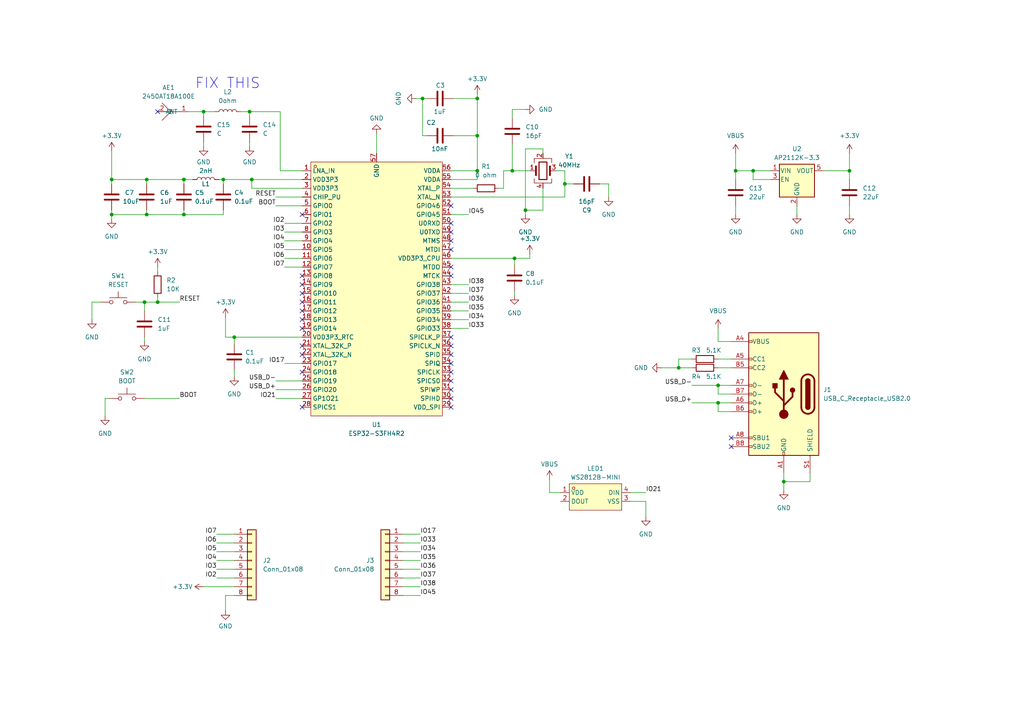
<source format=kicad_sch>
(kicad_sch (version 20230121) (generator eeschema)
  (paper "A4")
  (lib_symbols
    (symbol "Connector:USB_C_Receptacle_USB2.0" (pin_names (offset 1.016))
      (property "Reference" "J" (at -10.16 19.05 0))
      (property "Value" "USB_C_Receptacle_USB2.0" (at 19.05 19.05 0))
      (symbol "USB_C_Receptacle_USB2.0_0_0"
        (rectangle (start -0.254 -17.78) (end 0.254 -16.764))
        (rectangle (start 10.16 -14.986) (end 9.144 -15.494))
        (rectangle (start 10.16 -12.446) (end 9.144 -12.954))
        (rectangle (start 10.16 -4.826) (end 9.144 -5.334))
        (rectangle (start 10.16 -2.286) (end 9.144 -2.794))
        (rectangle (start 10.16 0.254) (end 9.144 -0.254))
        (rectangle (start 10.16 2.794) (end 9.144 2.286))
        (rectangle (start 10.16 7.874) (end 9.144 7.366))
        (rectangle (start 10.16 10.414) (end 9.144 9.906))
        (rectangle (start 10.16 15.494) (end 9.144 14.986))
      )
      (symbol "USB_C_Receptacle_USB2.0_0_1"
        (rectangle (start -10.16 17.78) (end 10.16 -17.78) (stroke (width 0.254)) (fill (type background)))
        (arc (start -8.89 -3.81) (mid -6.985 -5.7067) (end -5.08 -3.81) (stroke (width 0.508)))
        (arc (start -7.62 -3.81) (mid -6.985 -4.4423) (end -6.35 -3.81) (stroke (width 0.254)))
        (arc (start -7.62 -3.81) (mid -6.985 -4.4423) (end -6.35 -3.81) (stroke (width 0.254)) (fill (type outline)))
        (rectangle (start -7.62 -3.81) (end -6.35 3.81) (stroke (width 0.254)) (fill (type outline)))
        (arc (start -6.35 3.81) (mid -6.985 4.4423) (end -7.62 3.81) (stroke (width 0.254)))
        (arc (start -6.35 3.81) (mid -6.985 4.4423) (end -7.62 3.81) (stroke (width 0.254)) (fill (type outline)))
        (arc (start -5.08 3.81) (mid -6.985 5.7067) (end -8.89 3.81) (stroke (width 0.508)))
        (circle (center -2.54 1.143) (radius 0.635) (stroke (width 0.254)) (fill (type outline)))
        (circle (center 0 -5.842) (radius 1.27) (fill (type outline)))
        (polyline (pts (xy -8.89 -3.81) (xy -8.89 3.81)) (stroke (width 0.508)))
        (polyline (pts (xy -5.08 3.81) (xy -5.08 -3.81)) (stroke (width 0.508)))
        (polyline (pts (xy 0 -5.842) (xy 0 4.318)) (stroke (width 0.508)))
        (polyline (pts (xy 0 -3.302) (xy -2.54 -0.762) (xy -2.54 0.508)) (stroke (width 0.508)))
        (polyline (pts (xy 0 -2.032) (xy 2.54 0.508) (xy 2.54 1.778)) (stroke (width 0.508)))
        (polyline (pts (xy -1.27 4.318) (xy 0 6.858) (xy 1.27 4.318) (xy -1.27 4.318)) (stroke (width 0.254)) (fill (type outline)))
        (rectangle (start 1.905 1.778) (end 3.175 3.048) (stroke (width 0.254)) (fill (type outline)))
      )
      (symbol "USB_C_Receptacle_USB2.0_1_1"
        (pin passive line (at 0 -22.86 90) (length 5.08) (name "GND") (number "A1"))
        (pin passive line (at 0 -22.86 90) (length 5.08) hide (name "GND") (number "A12"))
        (pin passive line (at 15.24 15.24 180) (length 5.08) (name "VBUS") (number "A4"))
        (pin bidirectional line (at 15.24 10.16 180) (length 5.08) (name "CC1") (number "A5"))
        (pin bidirectional line (at 15.24 -2.54 180) (length 5.08) (name "D+") (number "A6"))
        (pin bidirectional line (at 15.24 2.54 180) (length 5.08) (name "D-") (number "A7"))
        (pin bidirectional line (at 15.24 -12.7 180) (length 5.08) (name "SBU1") (number "A8"))
        (pin passive line (at 15.24 15.24 180) (length 5.08) hide (name "VBUS") (number "A9"))
        (pin passive line (at 0 -22.86 90) (length 5.08) hide (name "GND") (number "B1"))
        (pin passive line (at 0 -22.86 90) (length 5.08) hide (name "GND") (number "B12"))
        (pin passive line (at 15.24 15.24 180) (length 5.08) hide (name "VBUS") (number "B4"))
        (pin bidirectional line (at 15.24 7.62 180) (length 5.08) (name "CC2") (number "B5"))
        (pin bidirectional line (at 15.24 -5.08 180) (length 5.08) (name "D+") (number "B6"))
        (pin bidirectional line (at 15.24 0 180) (length 5.08) (name "D-") (number "B7"))
        (pin bidirectional line (at 15.24 -15.24 180) (length 5.08) (name "SBU2") (number "B8"))
        (pin passive line (at 15.24 15.24 180) (length 5.08) hide (name "VBUS") (number "B9"))
        (pin passive line (at -7.62 -22.86 90) (length 5.08) (name "SHIELD") (number "S1"))
      )
    )
    (symbol "Connector_Generic:Conn_01x08" (pin_names (offset 1.016) hide)
      (property "Reference" "J" (at 0 10.16 0))
      (property "Value" "Conn_01x08" (at 0 -12.7 0))
      (symbol "Conn_01x08_1_1"
        (rectangle (start -1.27 -10.033) (end 0 -10.287) (stroke (width 0.1524)))
        (rectangle (start -1.27 -7.493) (end 0 -7.747) (stroke (width 0.1524)))
        (rectangle (start -1.27 -4.953) (end 0 -5.207) (stroke (width 0.1524)))
        (rectangle (start -1.27 -2.413) (end 0 -2.667) (stroke (width 0.1524)))
        (rectangle (start -1.27 0.127) (end 0 -0.127) (stroke (width 0.1524)))
        (rectangle (start -1.27 2.667) (end 0 2.413) (stroke (width 0.1524)))
        (rectangle (start -1.27 5.207) (end 0 4.953) (stroke (width 0.1524)))
        (rectangle (start -1.27 7.747) (end 0 7.493) (stroke (width 0.1524)))
        (rectangle (start -1.27 8.89) (end 1.27 -11.43) (stroke (width 0.254)) (fill (type background)))
        (pin passive line (at -5.08 7.62 0) (length 3.81) (name "Pin_1") (number "1"))
        (pin passive line (at -5.08 5.08 0) (length 3.81) (name "Pin_2") (number "2"))
        (pin passive line (at -5.08 2.54 0) (length 3.81) (name "Pin_3") (number "3"))
        (pin passive line (at -5.08 0 0) (length 3.81) (name "Pin_4") (number "4"))
        (pin passive line (at -5.08 -2.54 0) (length 3.81) (name "Pin_5") (number "5"))
        (pin passive line (at -5.08 -5.08 0) (length 3.81) (name "Pin_6") (number "6"))
        (pin passive line (at -5.08 -7.62 0) (length 3.81) (name "Pin_7") (number "7"))
        (pin passive line (at -5.08 -10.16 0) (length 3.81) (name "Pin_8") (number "8"))
      )
    )
    (symbol "Device:C" (pin_numbers hide) (pin_names (offset 0.254))
      (property "Reference" "C" (at 0.635 2.54 0))
      (property "Value" "C" (at 0.635 -2.54 0))
      (symbol "C_0_1"
        (polyline (pts (xy -2.032 -0.762) (xy 2.032 -0.762)) (stroke (width 0.508)))
        (polyline (pts (xy -2.032 0.762) (xy 2.032 0.762)) (stroke (width 0.508)))
      )
      (symbol "C_1_1"
        (pin passive line (at 0 3.81 270) (length 2.794) (name "~") (number "1"))
        (pin passive line (at 0 -3.81 90) (length 2.794) (name "~") (number "2"))
      )
    )
    (symbol "Device:Crystal_GND24" (pin_names (offset 1.016) hide)
      (property "Reference" "Y" (at 3.175 5.08 0))
      (property "Value" "Crystal_GND24" (at 3.175 3.175 0))
      (symbol "Crystal_GND24_0_1"
        (rectangle (start -1.143 2.54) (end 1.143 -2.54) (stroke (width 0.3048)))
        (polyline (pts (xy -2.54 0) (xy -2.032 0)))
        (polyline (pts (xy -2.032 -1.27) (xy -2.032 1.27)) (stroke (width 0.508)))
        (polyline (pts (xy 0 -3.81) (xy 0 -3.556)))
        (polyline (pts (xy 0 3.556) (xy 0 3.81)))
        (polyline (pts (xy 2.032 -1.27) (xy 2.032 1.27)) (stroke (width 0.508)))
        (polyline (pts (xy 2.032 0) (xy 2.54 0)))
        (polyline (pts (xy -2.54 -2.286) (xy -2.54 -3.556) (xy 2.54 -3.556) (xy 2.54 -2.286)))
        (polyline (pts (xy -2.54 2.286) (xy -2.54 3.556) (xy 2.54 3.556) (xy 2.54 2.286)))
      )
      (symbol "Crystal_GND24_1_1"
        (pin passive line (at -3.81 0 0) (length 1.27) (name "1") (number "1"))
        (pin passive line (at 0 5.08 270) (length 1.27) (name "2") (number "2"))
        (pin passive line (at 3.81 0 180) (length 1.27) (name "3") (number "3"))
        (pin passive line (at 0 -5.08 90) (length 1.27) (name "4") (number "4"))
      )
    )
    (symbol "Device:L" (pin_numbers hide) (pin_names (offset 1.016) hide)
      (property "Reference" "L" (at -1.27 0 90))
      (property "Value" "L" (at 1.905 0 90))
      (symbol "L_0_1"
        (arc (start 0 -2.54) (mid 0.6323 -1.905) (end 0 -1.27))
        (arc (start 0 -1.27) (mid 0.6323 -0.635) (end 0 0))
        (arc (start 0 0) (mid 0.6323 0.635) (end 0 1.27))
        (arc (start 0 1.27) (mid 0.6323 1.905) (end 0 2.54))
      )
      (symbol "L_1_1"
        (pin passive line (at 0 3.81 270) (length 1.27) (name "1") (number "1"))
        (pin passive line (at 0 -3.81 90) (length 1.27) (name "2") (number "2"))
      )
    )
    (symbol "Device:R" (pin_numbers hide) (pin_names (offset 0))
      (property "Reference" "R" (at 2.032 0 90))
      (property "Value" "R" (at 0 0 90))
      (symbol "R_0_1"
        (rectangle (start -1.016 -2.54) (end 1.016 2.54) (stroke (width 0.254)))
      )
      (symbol "R_1_1"
        (pin passive line (at 0 3.81 270) (length 1.27) (name "~") (number "1"))
        (pin passive line (at 0 -3.81 90) (length 1.27) (name "~") (number "2"))
      )
    )
    (symbol "Regulator_Linear:AP2112K-3.3" (pin_names (offset 0.254))
      (property "Reference" "U" (at -5.08 5.715 0))
      (property "Value" "AP2112K-3.3" (at 0 5.715 0))
      (symbol "AP2112K-3.3_0_1"
        (rectangle (start -5.08 4.445) (end 5.08 -5.08) (stroke (width 0.254)) (fill (type background)))
      )
      (symbol "AP2112K-3.3_1_1"
        (pin power_in line (at -7.62 2.54 0) (length 2.54) (name "VIN") (number "1"))
        (pin power_in line (at 0 -7.62 90) (length 2.54) (name "GND") (number "2"))
        (pin input line (at -7.62 0 0) (length 2.54) (name "EN") (number "3"))
        (pin no_connect line (at 5.08 0 180) (length 2.54) hide (name "NC") (number "4"))
        (pin power_out line (at 7.62 2.54 180) (length 2.54) (name "VOUT") (number "5"))
      )
    )
    (symbol "Switch:SW_Push" (pin_numbers hide) (pin_names (offset 1.016) hide)
      (property "Reference" "SW" (at 1.27 2.54 0))
      (property "Value" "SW_Push" (at 0 -1.524 0))
      (symbol "SW_Push_0_1"
        (circle (center -2.032 0) (radius 0.508))
        (polyline (pts (xy 0 1.27) (xy 0 3.048)))
        (polyline (pts (xy 2.54 1.27) (xy -2.54 1.27)))
        (circle (center 2.032 0) (radius 0.508))
        (pin passive line (at -5.08 0 0) (length 2.54) (name "1") (number "1"))
        (pin passive line (at 5.08 0 180) (length 2.54) (name "2") (number "2"))
      )
    )
    (symbol "easyeda2kicad:2450AT18A100E"
      (property "Reference" "AE" (at 0 8.89 0))
      (property "Value" "2450AT18A100E" (at 0 -10.16 0))
      (symbol "2450AT18A100E_0_1"
        (polyline (pts (xy 0 0) (xy -2.54 2.54)))
        (polyline (pts (xy 0 0) (xy 0 -2.54)))
        (polyline (pts (xy 0 0) (xy 0 3.81)))
        (polyline (pts (xy 2.54 2.54) (xy 0 0)))
        (pin unspecified line (at 0 -5.08 90) (length 2.54) (name "ANT") (number "1"))
        (pin unspecified line (at 0 3.81 270) (length 2.54) (name "2") (number "2"))
      )
    )
    (symbol "easyeda2kicad:ESP32-S3FH4R2"
      (property "Reference" "U" (at 0 44.45 0))
      (property "Value" "ESP32-S3FH4R2" (at 0 -39.37 0))
      (symbol "ESP32-S3FH4R2_0_1"
        (rectangle (start -19.05 36.83) (end 19.05 -36.83) (fill (type background)))
        (circle (center -17.78 35.56) (radius 0.38))
        (pin unspecified line (at -21.59 34.29 0) (length 2.54) (name "LNA_IN") (number "1"))
        (pin unspecified line (at -21.59 11.43 0) (length 2.54) (name "GPIO5") (number "10"))
        (pin unspecified line (at -21.59 8.89 0) (length 2.54) (name "GPIO6") (number "11"))
        (pin unspecified line (at -21.59 6.35 0) (length 2.54) (name "GPIO7") (number "12"))
        (pin unspecified line (at -21.59 3.81 0) (length 2.54) (name "GPIO8") (number "13"))
        (pin unspecified line (at -21.59 1.27 0) (length 2.54) (name "GPIO9") (number "14"))
        (pin unspecified line (at -21.59 -1.27 0) (length 2.54) (name "GPIO10") (number "15"))
        (pin unspecified line (at -21.59 -3.81 0) (length 2.54) (name "GPIO11") (number "16"))
        (pin unspecified line (at -21.59 -6.35 0) (length 2.54) (name "GPIO12") (number "17"))
        (pin unspecified line (at -21.59 -8.89 0) (length 2.54) (name "GPIO13") (number "18"))
        (pin unspecified line (at -21.59 -11.43 0) (length 2.54) (name "GPIO14") (number "19"))
        (pin unspecified line (at -21.59 31.75 0) (length 2.54) (name "VDD3P3") (number "2"))
        (pin unspecified line (at -21.59 -13.97 0) (length 2.54) (name "VDD3P3_RTC") (number "20"))
        (pin unspecified line (at -21.59 -16.51 0) (length 2.54) (name "XTAL_32K_P") (number "21"))
        (pin unspecified line (at -21.59 -19.05 0) (length 2.54) (name "XTAL_32K_N") (number "22"))
        (pin unspecified line (at -21.59 -21.59 0) (length 2.54) (name "GPIO17") (number "23"))
        (pin unspecified line (at -21.59 -24.13 0) (length 2.54) (name "GPIO18") (number "24"))
        (pin unspecified line (at -21.59 -26.67 0) (length 2.54) (name "GPIO19") (number "25"))
        (pin unspecified line (at -21.59 -29.21 0) (length 2.54) (name "GPIO20") (number "26"))
        (pin unspecified line (at -21.59 -31.75 0) (length 2.54) (name "GP1O21") (number "27"))
        (pin unspecified line (at -21.59 -34.29 0) (length 2.54) (name "SPICS1") (number "28"))
        (pin unspecified line (at 21.59 -34.29 180) (length 2.54) (name "VDD_SPI") (number "29"))
        (pin unspecified line (at -21.59 29.21 0) (length 2.54) (name "VDD3P3") (number "3"))
        (pin unspecified line (at 21.59 -31.75 180) (length 2.54) (name "SPIHD") (number "30"))
        (pin unspecified line (at 21.59 -29.21 180) (length 2.54) (name "SPIWP") (number "31"))
        (pin unspecified line (at 21.59 -26.67 180) (length 2.54) (name "SPICS0") (number "32"))
        (pin unspecified line (at 21.59 -24.13 180) (length 2.54) (name "SPICLK") (number "33"))
        (pin unspecified line (at 21.59 -21.59 180) (length 2.54) (name "SPIQ") (number "34"))
        (pin unspecified line (at 21.59 -19.05 180) (length 2.54) (name "SPID") (number "35"))
        (pin unspecified line (at 21.59 -16.51 180) (length 2.54) (name "SPICLK_N") (number "36"))
        (pin unspecified line (at 21.59 -13.97 180) (length 2.54) (name "SPICLK_P") (number "37"))
        (pin unspecified line (at 21.59 -11.43 180) (length 2.54) (name "GPIO33") (number "38"))
        (pin unspecified line (at 21.59 -8.89 180) (length 2.54) (name "GPIO34") (number "39"))
        (pin unspecified line (at -21.59 26.67 0) (length 2.54) (name "CHIP_PU") (number "4"))
        (pin unspecified line (at 21.59 -6.35 180) (length 2.54) (name "GPIO35") (number "40"))
        (pin unspecified line (at 21.59 -3.81 180) (length 2.54) (name "GPIO36") (number "41"))
        (pin unspecified line (at 21.59 -1.27 180) (length 2.54) (name "GPIO37") (number "42"))
        (pin unspecified line (at 21.59 1.27 180) (length 2.54) (name "GPIO38") (number "43"))
        (pin unspecified line (at 21.59 3.81 180) (length 2.54) (name "MTCK") (number "44"))
        (pin unspecified line (at 21.59 6.35 180) (length 2.54) (name "MTDO") (number "45"))
        (pin unspecified line (at 21.59 8.89 180) (length 2.54) (name "VDD3P3_CPU") (number "46"))
        (pin unspecified line (at 21.59 11.43 180) (length 2.54) (name "MTDI") (number "47"))
        (pin unspecified line (at 21.59 13.97 180) (length 2.54) (name "MTMS") (number "48"))
        (pin unspecified line (at 21.59 16.51 180) (length 2.54) (name "U0TXD") (number "49"))
        (pin unspecified line (at -21.59 24.13 0) (length 2.54) (name "GPIO0") (number "5"))
        (pin unspecified line (at 21.59 19.05 180) (length 2.54) (name "U0RXD") (number "50"))
        (pin unspecified line (at 21.59 21.59 180) (length 2.54) (name "GPIO45") (number "51"))
        (pin unspecified line (at 21.59 24.13 180) (length 2.54) (name "GPIO46") (number "52"))
        (pin unspecified line (at 21.59 26.67 180) (length 2.54) (name "XTAL_N") (number "53"))
        (pin unspecified line (at 21.59 29.21 180) (length 2.54) (name "XTAL_P") (number "54"))
        (pin unspecified line (at 21.59 31.75 180) (length 2.54) (name "VDDA") (number "55"))
        (pin unspecified line (at 21.59 34.29 180) (length 2.54) (name "VDDA") (number "56"))
        (pin unspecified line (at 0 39.37 270) (length 2.54) (name "GND") (number "57"))
        (pin unspecified line (at -21.59 21.59 0) (length 2.54) (name "GPIO1") (number "6"))
        (pin unspecified line (at -21.59 19.05 0) (length 2.54) (name "GPIO2") (number "7"))
        (pin unspecified line (at -21.59 16.51 0) (length 2.54) (name "GPIO3") (number "8"))
        (pin unspecified line (at -21.59 13.97 0) (length 2.54) (name "GPIO4") (number "9"))
      )
    )
    (symbol "easyeda2kicad:WS2812B-MINI"
      (property "Reference" "LED" (at 0 6.35 0))
      (property "Value" "WS2812B-MINI" (at 0 -6.35 0))
      (symbol "WS2812B-MINI_0_1"
        (rectangle (start -7.62 3.81) (end 7.62 -3.81) (fill (type background)))
        (circle (center -6.35 2.54) (radius 0.38))
        (pin unspecified line (at -10.16 1.27 0) (length 2.54) (name "VDD") (number "1"))
        (pin unspecified line (at -10.16 -1.27 0) (length 2.54) (name "DOUT") (number "2"))
        (pin unspecified line (at 10.16 -1.27 180) (length 2.54) (name "VSS") (number "3"))
        (pin unspecified line (at 10.16 1.27 180) (length 2.54) (name "DIN") (number "4"))
      )
    )
    (symbol "power:+3.3V" (power) (pin_names (offset 0))
      (property "Value" "+3.3V" (at 0 3.556 0))
      (symbol "+3.3V_0_1"
        (polyline (pts (xy -0.762 1.27) (xy 0 2.54)))
        (polyline (pts (xy 0 0) (xy 0 2.54)))
        (polyline (pts (xy 0 2.54) (xy 0.762 1.27)))
      )
      (symbol "+3.3V_1_1"
        (pin power_in line (at 0 0 90) (length 0) hide (name "+3.3V") (number "1"))
      )
    )
    (symbol "power:GND" (power) (pin_names (offset 0))
      (property "Value" "GND" (at 0 -3.81 0))
      (symbol "GND_0_1"
        (polyline (pts (xy 0 0) (xy 0 -1.27) (xy 1.27 -1.27) (xy 0 -2.54) (xy -1.27 -1.27) (xy 0 -1.27)))
      )
      (symbol "GND_1_1"
        (pin power_in line (at 0 0 270) (length 0) hide (name "GND") (number "1"))
      )
    )
    (symbol "power:VBUS" (power) (pin_names (offset 0))
      (property "Value" "VBUS" (at 0 3.81 0))
      (symbol "VBUS_0_1"
        (polyline (pts (xy -0.762 1.27) (xy 0 2.54)))
        (polyline (pts (xy 0 0) (xy 0 2.54)))
        (polyline (pts (xy 0 2.54) (xy 0.762 1.27)))
      )
      (symbol "VBUS_1_1"
        (pin power_in line (at 0 0 90) (length 0) hide (name "VBUS") (number "1"))
      )
    )
  )
  (junction (at 196.85 106.68))
  (junction (at 53.34 62.23))
  (junction (at 208.28 111.76))
  (junction (at 72.39 32.385))
  (junction (at 246.38 49.53))
  (junction (at 138.43 49.53))
  (junction (at 32.385 52.07))
  (junction (at 227.33 139.7))
  (junction (at 213.36 49.53))
  (junction (at 148.59 49.53))
  (junction (at 64.77 52.07))
  (junction (at 152.4 60.96))
  (junction (at 32.385 62.23))
  (junction (at 163.83 53.34))
  (junction (at 59.055 32.385))
  (junction (at 138.43 39.37))
  (junction (at 42.545 62.23))
  (junction (at 45.72 87.63))
  (junction (at 208.28 116.84))
  (junction (at 138.43 28.575))
  (junction (at 41.91 87.63))
  (junction (at 73.025 52.07))
  (junction (at 67.945 97.79))
  (junction (at 122.555 28.575))
  (junction (at 149.225 74.93))
  (junction (at 42.545 52.07))
  (junction (at 218.44 49.53))
  (junction (at 53.34 52.07))
  (no_connect (at 212.09 129.54))
  (no_connect (at 87.63 107.95))
  (no_connect (at 130.81 77.47))
  (no_connect (at 130.81 107.95))
  (no_connect (at 130.81 118.11))
  (no_connect (at 130.81 72.39))
  (no_connect (at 87.63 118.11))
  (no_connect (at 130.81 80.01))
  (no_connect (at 87.63 87.63))
  (no_connect (at 212.09 127))
  (no_connect (at 87.63 102.87))
  (no_connect (at 130.81 115.57))
  (no_connect (at 130.81 100.33))
  (no_connect (at 87.63 82.55))
  (no_connect (at 130.81 67.31))
  (no_connect (at 130.81 113.03))
  (no_connect (at 87.63 80.01))
  (no_connect (at 45.72 32.385))
  (no_connect (at 87.63 92.71))
  (no_connect (at 87.63 62.23))
  (no_connect (at 130.81 59.69))
  (no_connect (at 87.63 95.25))
  (no_connect (at 130.81 110.49))
  (no_connect (at 87.63 100.33))
  (no_connect (at 130.81 64.77))
  (no_connect (at 130.81 69.85))
  (no_connect (at 130.81 102.87))
  (no_connect (at 87.63 85.09))
  (no_connect (at 130.81 105.41))
  (no_connect (at 87.63 90.17))
  (no_connect (at 130.81 97.79))
  (wire (pts (xy 187.325 145.415) (xy 182.88 145.415)))
  (wire (pts (xy 176.53 53.34) (xy 176.53 57.15)))
  (wire (pts (xy 65.405 172.72) (xy 67.945 172.72)))
  (wire (pts (xy 109.22 38.735) (xy 109.22 44.45)))
  (wire (pts (xy 87.63 54.61) (xy 73.025 54.61)))
  (wire (pts (xy 53.34 52.07) (xy 53.34 53.34)))
  (wire (pts (xy 80.01 110.49) (xy 87.63 110.49)))
  (wire (pts (xy 157.48 44.45) (xy 157.48 43.18)))
  (wire (pts (xy 138.43 28.575) (xy 138.43 39.37)))
  (wire (pts (xy 64.77 62.23) (xy 53.34 62.23)))
  (wire (pts (xy 138.43 52.07) (xy 130.81 52.07)))
  (wire (pts (xy 123.825 39.37) (xy 122.555 39.37)))
  (wire (pts (xy 53.34 62.23) (xy 42.545 62.23)))
  (wire (pts (xy 32.385 62.23) (xy 32.385 63.5)))
  (wire (pts (xy 121.92 157.48) (xy 116.84 157.48)))
  (wire (pts (xy 208.28 111.76) (xy 212.09 111.76)))
  (wire (pts (xy 121.92 160.02) (xy 116.84 160.02)))
  (wire (pts (xy 213.36 49.53) (xy 213.36 52.07)))
  (wire (pts (xy 152.4 60.96) (xy 152.4 62.23)))
  (wire (pts (xy 80.01 59.69) (xy 87.63 59.69)))
  (wire (pts (xy 246.38 44.45) (xy 246.38 49.53)))
  (wire (pts (xy 45.72 87.63) (xy 52.07 87.63)))
  (wire (pts (xy 208.28 106.68) (xy 212.09 106.68)))
  (wire (pts (xy 182.88 142.875) (xy 187.325 142.875)))
  (wire (pts (xy 123.825 28.575) (xy 122.555 28.575)))
  (wire (pts (xy 122.555 39.37) (xy 122.555 28.575)))
  (wire (pts (xy 196.85 106.68) (xy 200.66 106.68)))
  (wire (pts (xy 246.38 49.53) (xy 246.38 52.07)))
  (wire (pts (xy 59.055 32.385) (xy 62.23 32.385)))
  (wire (pts (xy 69.85 32.385) (xy 72.39 32.385)))
  (wire (pts (xy 130.81 49.53) (xy 138.43 49.53)))
  (wire (pts (xy 45.72 77.47) (xy 45.72 78.74)))
  (wire (pts (xy 208.28 116.84) (xy 212.09 116.84)))
  (wire (pts (xy 121.92 154.94) (xy 116.84 154.94)))
  (wire (pts (xy 45.72 86.36) (xy 45.72 87.63)))
  (wire (pts (xy 227.33 139.7) (xy 227.33 142.24)))
  (wire (pts (xy 82.55 64.77) (xy 87.63 64.77)))
  (wire (pts (xy 41.91 87.63) (xy 45.72 87.63)))
  (wire (pts (xy 157.48 54.61) (xy 157.48 60.96)))
  (wire (pts (xy 30.48 115.57) (xy 31.75 115.57)))
  (wire (pts (xy 116.84 172.72) (xy 121.92 172.72)))
  (wire (pts (xy 67.945 97.79) (xy 87.63 97.79)))
  (wire (pts (xy 121.92 167.64) (xy 116.84 167.64)))
  (wire (pts (xy 62.865 160.02) (xy 67.945 160.02)))
  (wire (pts (xy 163.83 53.34) (xy 163.83 57.15)))
  (wire (pts (xy 72.39 41.275) (xy 72.39 42.545)))
  (wire (pts (xy 200.66 111.76) (xy 208.28 111.76)))
  (wire (pts (xy 73.025 52.07) (xy 87.63 52.07)))
  (wire (pts (xy 62.865 154.94) (xy 67.945 154.94)))
  (wire (pts (xy 65.405 97.79) (xy 67.945 97.79)))
  (wire (pts (xy 64.77 60.96) (xy 64.77 62.23)))
  (wire (pts (xy 59.055 170.18) (xy 67.945 170.18)))
  (wire (pts (xy 121.92 170.18) (xy 116.84 170.18)))
  (wire (pts (xy 157.48 43.18) (xy 152.4 43.18)))
  (wire (pts (xy 82.55 72.39) (xy 87.63 72.39)))
  (wire (pts (xy 62.865 167.64) (xy 67.945 167.64)))
  (wire (pts (xy 153.67 49.53) (xy 148.59 49.53)))
  (wire (pts (xy 187.325 149.86) (xy 187.325 145.415)))
  (wire (pts (xy 161.29 49.53) (xy 163.83 49.53)))
  (wire (pts (xy 191.77 106.68) (xy 196.85 106.68)))
  (wire (pts (xy 80.01 57.15) (xy 87.63 57.15)))
  (wire (pts (xy 63.5 52.07) (xy 64.77 52.07)))
  (wire (pts (xy 148.59 31.75) (xy 148.59 34.29)))
  (wire (pts (xy 153.67 73.66) (xy 153.67 74.93)))
  (wire (pts (xy 59.055 41.275) (xy 59.055 42.545)))
  (wire (pts (xy 53.34 60.96) (xy 53.34 62.23)))
  (wire (pts (xy 153.67 74.93) (xy 149.225 74.93)))
  (wire (pts (xy 39.37 87.63) (xy 41.91 87.63)))
  (wire (pts (xy 138.43 28.575) (xy 131.445 28.575)))
  (wire (pts (xy 212.09 119.38) (xy 208.28 119.38)))
  (wire (pts (xy 59.055 32.385) (xy 59.055 33.655)))
  (wire (pts (xy 212.09 114.3) (xy 208.28 114.3)))
  (wire (pts (xy 72.39 32.385) (xy 81.28 32.385)))
  (wire (pts (xy 213.36 59.69) (xy 213.36 62.23)))
  (wire (pts (xy 62.865 165.1) (xy 67.945 165.1)))
  (wire (pts (xy 149.225 74.93) (xy 130.81 74.93)))
  (wire (pts (xy 67.945 107.315) (xy 67.945 109.22)))
  (wire (pts (xy 41.91 97.79) (xy 41.91 99.06)))
  (wire (pts (xy 32.385 60.96) (xy 32.385 62.23)))
  (wire (pts (xy 196.85 104.14) (xy 196.85 106.68)))
  (wire (pts (xy 65.405 92.075) (xy 65.405 97.79)))
  (wire (pts (xy 149.225 74.93) (xy 149.225 76.835)))
  (wire (pts (xy 72.39 32.385) (xy 72.39 33.655)))
  (wire (pts (xy 42.545 52.07) (xy 42.545 53.34)))
  (wire (pts (xy 246.38 49.53) (xy 238.76 49.53)))
  (wire (pts (xy 234.95 139.7) (xy 227.33 139.7)))
  (wire (pts (xy 135.89 87.63) (xy 130.81 87.63)))
  (wire (pts (xy 135.89 95.25) (xy 130.81 95.25)))
  (wire (pts (xy 138.43 27.305) (xy 138.43 28.575)))
  (wire (pts (xy 208.28 95.25) (xy 208.28 99.06)))
  (wire (pts (xy 122.555 28.575) (xy 120.65 28.575)))
  (wire (pts (xy 32.385 52.07) (xy 32.385 53.34)))
  (wire (pts (xy 135.89 92.71) (xy 130.81 92.71)))
  (wire (pts (xy 149.225 84.455) (xy 149.225 85.725)))
  (wire (pts (xy 62.865 157.48) (xy 67.945 157.48)))
  (wire (pts (xy 159.385 139.065) (xy 159.385 142.875)))
  (wire (pts (xy 218.44 49.53) (xy 223.52 49.53)))
  (wire (pts (xy 42.545 52.07) (xy 53.34 52.07)))
  (wire (pts (xy 82.55 74.93) (xy 87.63 74.93)))
  (wire (pts (xy 82.55 77.47) (xy 87.63 77.47)))
  (wire (pts (xy 32.385 43.815) (xy 32.385 52.07)))
  (wire (pts (xy 213.36 44.45) (xy 213.36 49.53)))
  (wire (pts (xy 73.025 54.61) (xy 73.025 52.07)))
  (wire (pts (xy 208.28 99.06) (xy 212.09 99.06)))
  (wire (pts (xy 131.445 39.37) (xy 138.43 39.37)))
  (wire (pts (xy 82.55 69.85) (xy 87.63 69.85)))
  (wire (pts (xy 42.545 60.96) (xy 42.545 62.23)))
  (wire (pts (xy 65.405 177.165) (xy 65.405 172.72)))
  (wire (pts (xy 26.67 92.71) (xy 26.67 87.63)))
  (wire (pts (xy 152.4 31.75) (xy 148.59 31.75)))
  (wire (pts (xy 163.83 57.15) (xy 130.81 57.15)))
  (wire (pts (xy 121.92 162.56) (xy 116.84 162.56)))
  (wire (pts (xy 54.61 32.385) (xy 59.055 32.385)))
  (wire (pts (xy 157.48 60.96) (xy 152.4 60.96)))
  (wire (pts (xy 81.28 32.385) (xy 81.28 49.53)))
  (wire (pts (xy 67.945 97.79) (xy 67.945 99.695)))
  (wire (pts (xy 146.05 54.61) (xy 144.78 54.61)))
  (wire (pts (xy 121.92 165.1) (xy 116.84 165.1)))
  (wire (pts (xy 82.55 67.31) (xy 87.63 67.31)))
  (wire (pts (xy 41.91 87.63) (xy 41.91 90.17)))
  (wire (pts (xy 53.34 52.07) (xy 55.88 52.07)))
  (wire (pts (xy 213.36 49.53) (xy 218.44 49.53)))
  (wire (pts (xy 130.81 62.23) (xy 135.89 62.23)))
  (wire (pts (xy 135.89 82.55) (xy 130.81 82.55)))
  (wire (pts (xy 231.14 59.69) (xy 231.14 62.23)))
  (wire (pts (xy 163.83 53.34) (xy 166.37 53.34)))
  (wire (pts (xy 208.28 104.14) (xy 212.09 104.14)))
  (wire (pts (xy 208.28 114.3) (xy 208.28 111.76)))
  (wire (pts (xy 159.385 142.875) (xy 162.56 142.875)))
  (wire (pts (xy 41.91 115.57) (xy 52.07 115.57)))
  (wire (pts (xy 227.33 137.16) (xy 227.33 139.7)))
  (wire (pts (xy 81.28 49.53) (xy 87.63 49.53)))
  (wire (pts (xy 80.01 113.03) (xy 87.63 113.03)))
  (wire (pts (xy 30.48 120.65) (xy 30.48 115.57)))
  (wire (pts (xy 80.01 115.57) (xy 87.63 115.57)))
  (wire (pts (xy 138.43 39.37) (xy 138.43 49.53)))
  (wire (pts (xy 152.4 43.18) (xy 152.4 60.96)))
  (wire (pts (xy 82.55 105.41) (xy 87.63 105.41)))
  (wire (pts (xy 135.89 90.17) (xy 130.81 90.17)))
  (wire (pts (xy 200.66 116.84) (xy 208.28 116.84)))
  (wire (pts (xy 234.95 137.16) (xy 234.95 139.7)))
  (wire (pts (xy 135.89 85.09) (xy 130.81 85.09)))
  (wire (pts (xy 208.28 119.38) (xy 208.28 116.84)))
  (wire (pts (xy 246.38 59.69) (xy 246.38 62.23)))
  (wire (pts (xy 148.59 41.91) (xy 148.59 49.53)))
  (wire (pts (xy 200.66 104.14) (xy 196.85 104.14)))
  (wire (pts (xy 62.865 162.56) (xy 67.945 162.56)))
  (wire (pts (xy 218.44 49.53) (xy 218.44 52.07)))
  (wire (pts (xy 146.05 49.53) (xy 146.05 54.61)))
  (wire (pts (xy 148.59 49.53) (xy 146.05 49.53)))
  (wire (pts (xy 130.81 54.61) (xy 137.16 54.61)))
  (wire (pts (xy 26.67 87.63) (xy 29.21 87.63)))
  (wire (pts (xy 64.77 52.07) (xy 64.77 53.34)))
  (wire (pts (xy 32.385 52.07) (xy 42.545 52.07)))
  (wire (pts (xy 218.44 52.07) (xy 223.52 52.07)))
  (wire (pts (xy 173.99 53.34) (xy 176.53 53.34)))
  (wire (pts (xy 138.43 52.07) (xy 138.43 49.53)))
  (wire (pts (xy 64.77 52.07) (xy 73.025 52.07)))
  (wire (pts (xy 163.83 49.53) (xy 163.83 53.34)))
  (wire (pts (xy 42.545 62.23) (xy 32.385 62.23)))
  (text "FIX THIS" (at 56.515 26.035 0) (effects (font (size 3 3)) (justify left bottom)))
  (label "IO35" (at 121.92 162.56 0))
  (label "USB_D-" (at 80.01 110.49 180))
  (label "IO2" (at 82.55 64.77 180))
  (label "IO45" (at 135.89 62.23 0))
  (label "IO21" (at 80.01 115.57 180))
  (label "IO3" (at 62.865 165.1 180))
  (label "IO33" (at 135.89 95.25 0))
  (label "IO17" (at 121.92 154.94 0))
  (label "IO4" (at 82.55 69.85 180))
  (label "USB_D+" (at 80.01 113.03 180))
  (label "IO7" (at 82.55 77.47 180))
  (label "IO21" (at 187.325 142.875 0))
  (label "IO2" (at 62.865 167.64 180))
  (label "IO36" (at 121.92 165.1 0))
  (label "USB_D-" (at 200.66 111.76 180))
  (label "IO5" (at 82.55 72.39 180))
  (label "IO38" (at 121.92 170.18 0))
  (label "IO6" (at 62.865 157.48 180))
  (label "IO45" (at 121.92 172.72 0))
  (label "IO37" (at 121.92 167.64 0))
  (label "IO37" (at 135.89 85.09 0))
  (label "IO35" (at 135.89 90.17 0))
  (label "IO34" (at 121.92 160.02 0))
  (label "IO38" (at 135.89 82.55 0))
  (label "IO34" (at 135.89 92.71 0))
  (label "IO6" (at 82.55 74.93 180))
  (label "RESET" (at 80.01 57.15 180))
  (label "IO17" (at 82.55 105.41 180))
  (label "BOOT" (at 52.07 115.57 0))
  (label "USB_D+" (at 200.66 116.84 180))
  (label "IO7" (at 62.865 154.94 180))
  (label "IO4" (at 62.865 162.56 180))
  (label "RESET" (at 52.07 87.63 0))
  (label "IO33" (at 121.92 157.48 0))
  (label "IO3" (at 82.55 67.31 180))
  (label "BOOT" (at 80.01 59.69 180))
  (label "IO36" (at 135.89 87.63 0))
  (label "IO5" (at 62.865 160.02 180))
  (symbol (lib_id "power:VBUS") (at 213.36 44.45 0) (unit 1)
    (property "Reference" "#PWR022" (effects hide))
    (property "Value" "VBUS" (at 213.36 39.37 0))
  )
  (symbol (lib_id "power:GND") (at 152.4 62.23 0) (unit 1)
    (property "Reference" "#PWR010" (effects hide))
    (property "Value" "GND" (at 152.4 67.31 0))
  )
  (symbol (lib_id "Device:C") (at 149.225 80.645 0) (unit 1)
    (property "Reference" "C8" (at 152.4 79.375 0) (effects (justify left)))
    (property "Value" "0.1uF" (at 152.4 81.915 0) (effects (justify left)))
    (property "Footprint" "Capacitor_SMD:C_0402_1005Metric" (effects hide))
  )
  (symbol (lib_id "Device:L") (at 59.69 52.07 90) (unit 1)
    (property "Reference" "L1" (at 59.69 53.34 90))
    (property "Value" "2nH" (at 59.69 49.53 90))
    (property "Footprint" "Inductor_SMD:L_0402_1005Metric" (effects hide))
  )
  (symbol (lib_id "power:GND") (at 32.385 63.5 0) (unit 1)
    (property "Reference" "#PWR07" (effects hide))
    (property "Value" "GND" (at 32.385 68.58 0))
  )
  (symbol (lib_id "power:GND") (at 191.77 106.68 270) (unit 1)
    (property "Reference" "#PWR019" (effects hide))
    (property "Value" "GND" (at 187.96 106.68 90) (effects (justify right)))
  )
  (symbol (lib_id "power:+3.3V") (at 138.43 27.305 0) (mirror y) (unit 1)
    (property "Reference" "#PWR04" (effects hide))
    (property "Value" "+3.3V" (at 138.43 22.86 0))
  )
  (symbol (lib_id "Device:R") (at 140.97 54.61 90) (unit 1)
    (property "Reference" "R1" (at 140.97 48.26 90))
    (property "Value" "0 ohm" (at 140.97 50.8 90))
    (property "Footprint" "Resistor_SMD:R_0402_1005Metric" (effects hide))
  )
  (symbol (lib_id "power:VBUS") (at 159.385 139.065 0) (unit 1)
    (property "Reference" "#PWR030" (effects hide))
    (property "Value" "VBUS" (at 159.385 134.62 0))
  )
  (symbol (lib_id "power:GND") (at 149.225 85.725 0) (unit 1)
    (property "Reference" "#PWR09" (effects hide))
    (property "Value" "GND" (at 149.225 90.805 0))
  )
  (symbol (lib_id "power:GND") (at 30.48 120.65 0) (unit 1)
    (property "Reference" "#PWR016" (effects hide))
    (property "Value" "GND" (at 30.48 125.73 0))
  )
  (symbol (lib_id "power:GND") (at 41.91 99.06 0) (unit 1)
    (property "Reference" "#PWR014" (effects hide))
    (property "Value" "GND" (at 41.91 104.14 0))
  )
  (symbol (lib_id "Device:C") (at 246.38 55.88 0) (unit 1)
    (property "Reference" "C12" (at 250.19 54.61 0) (effects (justify left)))
    (property "Value" "22uF" (at 250.19 57.15 0) (effects (justify left)))
    (property "Footprint" "Capacitor_SMD:C_0805_2012Metric" (effects hide))
  )
  (symbol (lib_id "power:GND") (at 246.38 62.23 0) (unit 1)
    (property "Reference" "#PWR021" (effects hide))
    (property "Value" "GND" (at 246.38 67.31 0))
  )
  (symbol (lib_id "Device:C") (at 127.635 39.37 270) (mirror x) (unit 1)
    (property "Reference" "C2" (at 126.365 35.56 90) (effects (justify right)))
    (property "Value" "10nF" (at 125.095 43.18 90) (effects (justify left)))
    (property "Footprint" "Capacitor_SMD:C_0402_1005Metric" (effects hide))
  )
  (symbol (lib_id "Device:C") (at 41.91 93.98 0) (unit 1)
    (property "Reference" "C11" (at 45.72 92.71 0) (effects (justify left)))
    (property "Value" "1uF" (at 45.72 95.25 0) (effects (justify left)))
    (property "Footprint" "Capacitor_SMD:C_0402_1005Metric" (effects hide))
  )
  (symbol (lib_id "Device:C") (at 42.545 57.15 0) (unit 1)
    (property "Reference" "C6" (at 46.355 55.88 0) (effects (justify left)))
    (property "Value" "1uF" (at 46.355 58.42 0) (effects (justify left)))
    (property "Footprint" "Capacitor_SMD:C_0402_1005Metric" (effects hide))
  )
  (symbol (lib_id "Connector_Generic:Conn_01x08") (at 73.025 162.56 0) (unit 1)
    (property "Reference" "J2" (at 76.2 162.56 0) (effects (justify left)))
    (property "Value" "Conn_01x08" (at 76.2 165.1 0) (effects (justify left)))
    (property "Footprint" "Castellated:Castellated_8" (effects hide))
  )
  (symbol (lib_id "Device:C") (at 72.39 37.465 0) (unit 1)
    (property "Reference" "C14" (at 76.2 36.195 0) (effects (justify left)))
    (property "Value" "C" (at 76.2 38.735 0) (effects (justify left)))
    (property "Footprint" "Capacitor_SMD:C_0402_1005Metric" (effects hide))
  )
  (symbol (lib_id "easyeda2kicad:2450AT18A100E") (at 49.53 32.385 90) (unit 1)
    (property "Reference" "AE1" (at 48.895 25.4 90))
    (property "Value" "2450AT18A100E" (at 48.895 27.94 90))
    (property "Footprint" "easyeda2kicad:ANT-SMD_L3.2-W1.6" (effects hide))
    (property "Datasheet" "https://lcsc.com/product-detail/RF-Antenna_JOHANSON_2450AT18A100E_2450AT18A100E_C89334.html" (effects hide))
    (property "LCSC Part" "C89334" (effects hide))
  )
  (symbol (lib_id "Device:L") (at 66.04 32.385 90) (unit 1)
    (property "Reference" "L2" (at 66.04 26.67 90))
    (property "Value" "0ohm" (at 66.04 29.21 90))
    (property "Footprint" "Inductor_SMD:L_0402_1005Metric" (effects hide))
  )
  (symbol (lib_id "Device:C") (at 59.055 37.465 0) (unit 1)
    (property "Reference" "C15" (at 62.865 36.195 0) (effects (justify left)))
    (property "Value" "C" (at 62.865 38.735 0) (effects (justify left)))
    (property "Footprint" "Capacitor_SMD:C_0402_1005Metric" (effects hide))
  )
  (symbol (lib_id "Device:C") (at 170.18 53.34 90) (mirror x) (unit 1)
    (property "Reference" "C9" (at 170.18 60.96 90))
    (property "Value" "16pF" (at 170.18 58.42 90))
    (property "Footprint" "Capacitor_SMD:C_0402_1005Metric" (effects hide))
  )
  (symbol (lib_id "Device:C") (at 213.36 55.88 0) (unit 1)
    (property "Reference" "C13" (at 217.17 54.61 0) (effects (justify left)))
    (property "Value" "22uF" (at 217.17 57.15 0) (effects (justify left)))
    (property "Footprint" "Capacitor_SMD:C_0805_2012Metric" (effects hide))
  )
  (symbol (lib_id "power:GND") (at 187.325 149.86 0) (unit 1)
    (property "Reference" "#PWR029" (effects hide))
    (property "Value" "GND" (at 187.325 154.94 0))
  )
  (symbol (lib_id "Device:R") (at 45.72 82.55 0) (unit 1)
    (property "Reference" "R2" (at 48.26 81.28 0) (effects (justify left)))
    (property "Value" "10K" (at 48.26 83.82 0) (effects (justify left)))
    (property "Footprint" "Resistor_SMD:R_0402_1005Metric" (effects hide))
  )
  (symbol (lib_id "power:GND") (at 109.22 38.735 180) (unit 1)
    (property "Reference" "#PWR01" (effects hide))
    (property "Value" "GND" (at 109.22 34.29 0))
  )
  (symbol (lib_id "power:GND") (at 176.53 57.15 0) (unit 1)
    (property "Reference" "#PWR011" (effects hide))
    (property "Value" "GND" (at 176.53 62.23 0))
  )
  (symbol (lib_id "power:GND") (at 59.055 42.545 0) (unit 1)
    (property "Reference" "#PWR028" (effects hide))
    (property "Value" "GND" (at 59.055 46.99 0))
  )
  (symbol (lib_id "Device:C") (at 64.77 57.15 0) (unit 1)
    (property "Reference" "C4" (at 67.945 55.88 0) (effects (justify left)))
    (property "Value" "0.1uF" (at 67.945 58.42 0) (effects (justify left)))
    (property "Footprint" "Capacitor_SMD:C_0402_1005Metric" (effects hide))
  )
  (symbol (lib_id "power:GND") (at 231.14 62.23 0) (unit 1)
    (property "Reference" "#PWR024" (effects hide))
    (property "Value" "GND" (at 231.14 67.31 0))
  )
  (symbol (lib_id "power:VBUS") (at 208.28 95.25 0) (unit 1)
    (property "Reference" "#PWR018" (effects hide))
    (property "Value" "VBUS" (at 208.28 90.17 0))
  )
  (symbol (lib_id "power:+3.3V") (at 32.385 43.815 0) (unit 1)
    (property "Reference" "#PWR06" (effects hide))
    (property "Value" "+3.3V" (at 32.385 39.37 0))
  )
  (symbol (lib_id "power:+3.3V") (at 59.055 170.18 90) (unit 1)
    (property "Reference" "#PWR026" (effects hide))
    (property "Value" "+3.3V" (at 55.88 170.18 90) (effects (justify left)))
  )
  (symbol (lib_id "easyeda2kicad:WS2812B-MINI") (at 172.72 144.145 0) (unit 1)
    (property "Reference" "LED1" (at 172.72 135.89 0))
    (property "Value" "WS2812B-MINI" (at 172.72 138.43 0))
    (property "Footprint" "easyeda2kicad:LED-SMD_4P-L3.5-W3.5-TL_WS2812B" (effects hide))
    (property "Datasheet" "https://lcsc.com/product-detail/Light-Emitting-Diodes-LED_Worldsemi-WS2812B-Mini_C527089.html" (effects hide))
    (property "LCSC Part" "C527089" (effects hide))
  )
  (symbol (lib_id "power:GND") (at 120.65 28.575 270) (mirror x) (unit 1)
    (property "Reference" "#PWR05" (effects hide))
    (property "Value" "GND" (at 115.57 28.575 0))
  )
  (symbol (lib_id "power:GND") (at 152.4 31.75 90) (unit 1)
    (property "Reference" "#PWR012" (effects hide))
    (property "Value" "GND" (at 156.21 31.75 90) (effects (justify right)))
  )
  (symbol (lib_id "Switch:SW_Push") (at 34.29 87.63 0) (unit 1)
    (property "Reference" "SW1" (at 34.29 80.01 0))
    (property "Value" "RESET" (at 34.29 82.55 0))
    (property "Footprint" "easyeda2kicad:SW-SMD_L3.1-W3.1-P2.20-LS4.0" (effects hide))
  )
  (symbol (lib_id "power:+3.3V") (at 153.67 73.66 0) (unit 1)
    (property "Reference" "#PWR08" (effects hide))
    (property "Value" "+3.3V" (at 153.67 69.215 0))
  )
  (symbol (lib_id "Device:C") (at 67.945 103.505 0) (unit 1)
    (property "Reference" "C1" (at 71.12 102.235 0) (effects (justify left)))
    (property "Value" "0.1uF" (at 71.12 104.775 0) (effects (justify left)))
    (property "Footprint" "Capacitor_SMD:C_0402_1005Metric" (effects hide))
  )
  (symbol (lib_id "power:GND") (at 26.67 92.71 0) (unit 1)
    (property "Reference" "#PWR015" (effects hide))
    (property "Value" "GND" (at 26.67 97.79 0))
  )
  (symbol (lib_id "power:GND") (at 213.36 62.23 0) (unit 1)
    (property "Reference" "#PWR023" (effects hide))
    (property "Value" "GND" (at 213.36 67.31 0))
  )
  (symbol (lib_id "Device:R") (at 204.47 106.68 90) (mirror x) (unit 1)
    (property "Reference" "R4" (at 201.93 109.22 90))
    (property "Value" "5.1K" (at 207.01 109.22 90))
    (property "Footprint" "Resistor_SMD:R_0402_1005Metric" (effects hide))
  )
  (symbol (lib_id "power:+3.3V") (at 65.405 92.075 0) (unit 1)
    (property "Reference" "#PWR02" (effects hide))
    (property "Value" "+3.3V" (at 65.405 87.63 0))
  )
  (symbol (lib_id "Connector:USB_C_Receptacle_USB2.0") (at 227.33 114.3 0) (mirror y) (unit 1)
    (property "Reference" "J1" (at 238.76 113.03 0) (effects (justify right)))
    (property "Value" "USB_C_Receptacle_USB2.0" (at 238.76 115.57 0) (effects (justify right)))
    (property "Footprint" "Connector_USB:USB_C_Receptacle_HRO_TYPE-C-31-M-12" (effects hide))
    (property "Datasheet" "https://www.usb.org/sites/default/files/documents/usb_type-c.zip" (effects hide))
  )
  (symbol (lib_id "Connector_Generic:Conn_01x08") (at 111.76 162.56 0) (mirror y) (unit 1)
    (property "Reference" "J3" (at 108.585 162.56 0) (effects (justify left)))
    (property "Value" "Conn_01x08" (at 108.585 165.1 0) (effects (justify left)))
    (property "Footprint" "Castellated:Castellated_8" (effects hide))
  )
  (symbol (lib_id "power:GND") (at 65.405 177.165 0) (unit 1)
    (property "Reference" "#PWR025" (effects hide))
    (property "Value" "GND" (at 65.405 181.61 0))
  )
  (symbol (lib_id "power:+3.3V") (at 45.72 77.47 0) (unit 1)
    (property "Reference" "#PWR013" (effects hide))
    (property "Value" "+3.3V" (at 45.72 73.025 0))
  )
  (symbol (lib_id "Device:C") (at 148.59 38.1 0) (unit 1)
    (property "Reference" "C10" (at 152.4 36.83 0) (effects (justify left)))
    (property "Value" "16pF" (at 152.4 39.37 0) (effects (justify left)))
    (property "Footprint" "Capacitor_SMD:C_0402_1005Metric" (effects hide))
  )
  (symbol (lib_id "power:GND") (at 67.945 109.22 0) (unit 1)
    (property "Reference" "#PWR03" (effects hide))
    (property "Value" "GND" (at 67.945 114.3 0))
  )
  (symbol (lib_id "Device:C") (at 32.385 57.15 0) (unit 1)
    (property "Reference" "C7" (at 36.195 55.88 0) (effects (justify left)))
    (property "Value" "10uF" (at 35.56 58.42 0) (effects (justify left)))
    (property "Footprint" "Capacitor_SMD:C_0603_1608Metric" (effects hide))
  )
  (symbol (lib_id "Device:R") (at 204.47 104.14 90) (unit 1)
    (property "Reference" "R3" (at 201.93 101.6 90))
    (property "Value" "5.1K" (at 207.01 101.6 90))
    (property "Footprint" "Resistor_SMD:R_0402_1005Metric" (effects hide))
  )
  (symbol (lib_id "power:GND") (at 72.39 42.545 0) (unit 1)
    (property "Reference" "#PWR027" (effects hide))
    (property "Value" "GND" (at 72.39 46.99 0))
  )
  (symbol (lib_id "Device:Crystal_GND24") (at 157.48 49.53 0) (unit 1)
    (property "Reference" "Y1" (at 165.1 45.3391 0))
    (property "Value" "40MHz" (at 165.1 47.8791 0))
    (property "Footprint" "Crystal:Crystal_SMD_3225-4Pin_3.2x2.5mm" (effects hide))
  )
  (symbol (lib_id "Device:C") (at 127.635 28.575 270) (mirror x) (unit 1)
    (property "Reference" "C3" (at 126.365 24.765 90) (effects (justify left)))
    (property "Value" "1uF" (at 125.73 32.385 90) (effects (justify left)))
    (property "Footprint" "Capacitor_SMD:C_0402_1005Metric" (effects hide))
  )
  (symbol (lib_id "Device:C") (at 53.34 57.15 0) (unit 1)
    (property "Reference" "C5" (at 56.515 55.88 0) (effects (justify left)))
    (property "Value" "0.1uF" (at 56.515 58.42 0) (effects (justify left)))
    (property "Footprint" "Capacitor_SMD:C_0402_1005Metric" (effects hide))
  )
  (symbol (lib_id "easyeda2kicad:ESP32-S3FH4R2") (at 109.22 83.82 0) (unit 1)
    (property "Reference" "U1" (at 109.22 123.19 0))
    (property "Value" "ESP32-S3FH4R2" (at 109.22 125.73 0))
    (property "Footprint" "easyeda2kicad:QFN-56_L7.0-W7.0-P0.40-TL-EP4.0" (effects hide))
    (property "LCSC Part" "C3013940" (effects hide))
  )
  (symbol (lib_id "power:+3.3V") (at 246.38 44.45 0) (unit 1)
    (property "Reference" "#PWR020" (effects hide))
    (property "Value" "+3.3V" (at 246.38 39.37 0))
  )
  (symbol (lib_id "Switch:SW_Push") (at 36.83 115.57 0) (unit 1)
    (property "Reference" "SW2" (at 36.83 107.95 0))
    (property "Value" "BOOT" (at 36.83 110.49 0))
    (property "Footprint" "easyeda2kicad:SW-SMD_L3.1-W3.1-P2.20-LS4.0" (effects hide))
  )
  (symbol (lib_id "Regulator_Linear:AP2112K-3.3") (at 231.14 52.07 0) (unit 1)
    (property "Reference" "U2" (at 231.14 43.18 0))
    (property "Value" "AP2112K-3.3" (at 231.14 45.72 0))
    (property "Footprint" "Package_TO_SOT_SMD:SOT-23-5" (effects hide))
    (property "Datasheet" "https://www.diodes.com/assets/Datasheets/AP2112.pdf" (effects hide))
  )
  (symbol (lib_id "power:GND") (at 227.33 142.24 0) (unit 1)
    (property "Reference" "#PWR017" (effects hide))
    (property "Value" "GND" (at 227.33 147.32 0))
  )
)
</source>
